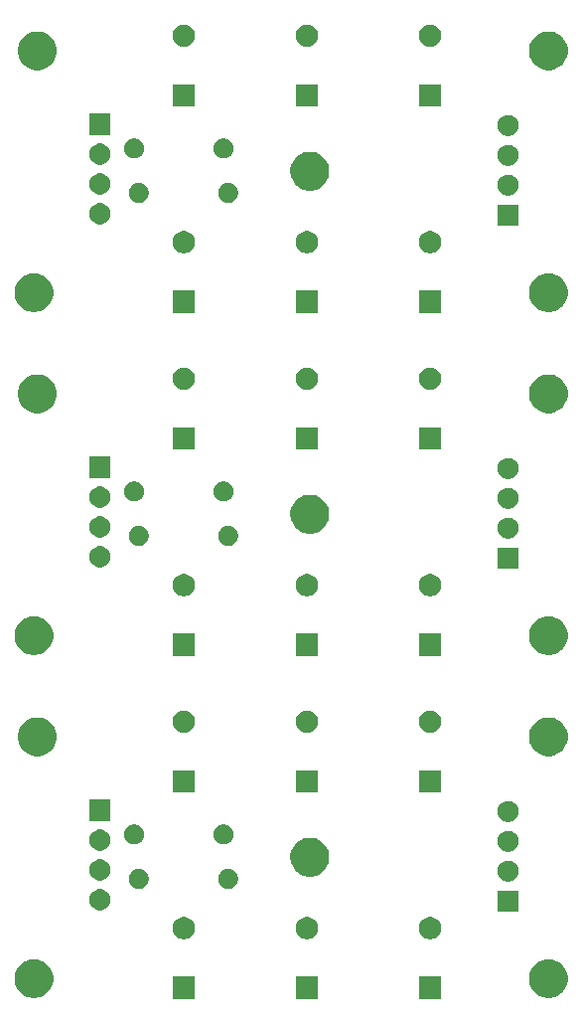
<source format=gbr>
G04 #@! TF.GenerationSoftware,KiCad,Pcbnew,(5.1.5-0-10_14)*
G04 #@! TF.CreationDate,2020-07-20T14:45:55+10:00*
G04 #@! TF.ProjectId,LED_Down_Multi,4c45445f-446f-4776-9e5f-4d756c74692e,rev?*
G04 #@! TF.SameCoordinates,Original*
G04 #@! TF.FileFunction,Soldermask,Bot*
G04 #@! TF.FilePolarity,Negative*
%FSLAX46Y46*%
G04 Gerber Fmt 4.6, Leading zero omitted, Abs format (unit mm)*
G04 Created by KiCad (PCBNEW (5.1.5-0-10_14)) date 2020-07-20 14:45:55*
%MOMM*%
%LPD*%
G04 APERTURE LIST*
%ADD10C,0.100000*%
G04 APERTURE END LIST*
D10*
G36*
X205131000Y-130277000D02*
G01*
X203229000Y-130277000D01*
X203229000Y-128375000D01*
X205131000Y-128375000D01*
X205131000Y-130277000D01*
G37*
G36*
X194626000Y-130277000D02*
G01*
X192724000Y-130277000D01*
X192724000Y-128375000D01*
X194626000Y-128375000D01*
X194626000Y-130277000D01*
G37*
G36*
X184121000Y-130277000D02*
G01*
X182219000Y-130277000D01*
X182219000Y-128375000D01*
X184121000Y-128375000D01*
X184121000Y-130277000D01*
G37*
G36*
X170765256Y-126931298D02*
G01*
X170871579Y-126952447D01*
X171172042Y-127076903D01*
X171442451Y-127257585D01*
X171672415Y-127487549D01*
X171672416Y-127487551D01*
X171853098Y-127757960D01*
X171977553Y-128058422D01*
X172040525Y-128375000D01*
X172041000Y-128377391D01*
X172041000Y-128702609D01*
X171977553Y-129021579D01*
X171853097Y-129322042D01*
X171672415Y-129592451D01*
X171442451Y-129822415D01*
X171172042Y-130003097D01*
X170871579Y-130127553D01*
X170765256Y-130148702D01*
X170552611Y-130191000D01*
X170227389Y-130191000D01*
X170014744Y-130148702D01*
X169908421Y-130127553D01*
X169607958Y-130003097D01*
X169337549Y-129822415D01*
X169107585Y-129592451D01*
X168926903Y-129322042D01*
X168802447Y-129021579D01*
X168739000Y-128702609D01*
X168739000Y-128377391D01*
X168739476Y-128375000D01*
X168802447Y-128058422D01*
X168926902Y-127757960D01*
X169107584Y-127487551D01*
X169107585Y-127487549D01*
X169337549Y-127257585D01*
X169607958Y-127076903D01*
X169908421Y-126952447D01*
X170014744Y-126931298D01*
X170227389Y-126889000D01*
X170552611Y-126889000D01*
X170765256Y-126931298D01*
G37*
G36*
X214635256Y-126931298D02*
G01*
X214741579Y-126952447D01*
X215042042Y-127076903D01*
X215312451Y-127257585D01*
X215542415Y-127487549D01*
X215542416Y-127487551D01*
X215723098Y-127757960D01*
X215847553Y-128058422D01*
X215910525Y-128375000D01*
X215911000Y-128377391D01*
X215911000Y-128702609D01*
X215847553Y-129021579D01*
X215723097Y-129322042D01*
X215542415Y-129592451D01*
X215312451Y-129822415D01*
X215042042Y-130003097D01*
X214741579Y-130127553D01*
X214635256Y-130148702D01*
X214422611Y-130191000D01*
X214097389Y-130191000D01*
X213884744Y-130148702D01*
X213778421Y-130127553D01*
X213477958Y-130003097D01*
X213207549Y-129822415D01*
X212977585Y-129592451D01*
X212796903Y-129322042D01*
X212672447Y-129021579D01*
X212609000Y-128702609D01*
X212609000Y-128377391D01*
X212609476Y-128375000D01*
X212672447Y-128058422D01*
X212796902Y-127757960D01*
X212977584Y-127487551D01*
X212977585Y-127487549D01*
X213207549Y-127257585D01*
X213477958Y-127076903D01*
X213778421Y-126952447D01*
X213884744Y-126931298D01*
X214097389Y-126889000D01*
X214422611Y-126889000D01*
X214635256Y-126931298D01*
G37*
G36*
X183447395Y-123331546D02*
G01*
X183620466Y-123403234D01*
X183620467Y-123403235D01*
X183776227Y-123507310D01*
X183908690Y-123639773D01*
X183908691Y-123639775D01*
X184012766Y-123795534D01*
X184084454Y-123968605D01*
X184121000Y-124152333D01*
X184121000Y-124339667D01*
X184084454Y-124523395D01*
X184012766Y-124696466D01*
X184012765Y-124696467D01*
X183908690Y-124852227D01*
X183776227Y-124984690D01*
X183697818Y-125037081D01*
X183620466Y-125088766D01*
X183447395Y-125160454D01*
X183263667Y-125197000D01*
X183076333Y-125197000D01*
X182892605Y-125160454D01*
X182719534Y-125088766D01*
X182642182Y-125037081D01*
X182563773Y-124984690D01*
X182431310Y-124852227D01*
X182327235Y-124696467D01*
X182327234Y-124696466D01*
X182255546Y-124523395D01*
X182219000Y-124339667D01*
X182219000Y-124152333D01*
X182255546Y-123968605D01*
X182327234Y-123795534D01*
X182431309Y-123639775D01*
X182431310Y-123639773D01*
X182563773Y-123507310D01*
X182719533Y-123403235D01*
X182719534Y-123403234D01*
X182892605Y-123331546D01*
X183076333Y-123295000D01*
X183263667Y-123295000D01*
X183447395Y-123331546D01*
G37*
G36*
X193952395Y-123331546D02*
G01*
X194125466Y-123403234D01*
X194125467Y-123403235D01*
X194281227Y-123507310D01*
X194413690Y-123639773D01*
X194413691Y-123639775D01*
X194517766Y-123795534D01*
X194589454Y-123968605D01*
X194626000Y-124152333D01*
X194626000Y-124339667D01*
X194589454Y-124523395D01*
X194517766Y-124696466D01*
X194517765Y-124696467D01*
X194413690Y-124852227D01*
X194281227Y-124984690D01*
X194202818Y-125037081D01*
X194125466Y-125088766D01*
X193952395Y-125160454D01*
X193768667Y-125197000D01*
X193581333Y-125197000D01*
X193397605Y-125160454D01*
X193224534Y-125088766D01*
X193147182Y-125037081D01*
X193068773Y-124984690D01*
X192936310Y-124852227D01*
X192832235Y-124696467D01*
X192832234Y-124696466D01*
X192760546Y-124523395D01*
X192724000Y-124339667D01*
X192724000Y-124152333D01*
X192760546Y-123968605D01*
X192832234Y-123795534D01*
X192936309Y-123639775D01*
X192936310Y-123639773D01*
X193068773Y-123507310D01*
X193224533Y-123403235D01*
X193224534Y-123403234D01*
X193397605Y-123331546D01*
X193581333Y-123295000D01*
X193768667Y-123295000D01*
X193952395Y-123331546D01*
G37*
G36*
X204457395Y-123331546D02*
G01*
X204630466Y-123403234D01*
X204630467Y-123403235D01*
X204786227Y-123507310D01*
X204918690Y-123639773D01*
X204918691Y-123639775D01*
X205022766Y-123795534D01*
X205094454Y-123968605D01*
X205131000Y-124152333D01*
X205131000Y-124339667D01*
X205094454Y-124523395D01*
X205022766Y-124696466D01*
X205022765Y-124696467D01*
X204918690Y-124852227D01*
X204786227Y-124984690D01*
X204707818Y-125037081D01*
X204630466Y-125088766D01*
X204457395Y-125160454D01*
X204273667Y-125197000D01*
X204086333Y-125197000D01*
X203902605Y-125160454D01*
X203729534Y-125088766D01*
X203652182Y-125037081D01*
X203573773Y-124984690D01*
X203441310Y-124852227D01*
X203337235Y-124696467D01*
X203337234Y-124696466D01*
X203265546Y-124523395D01*
X203229000Y-124339667D01*
X203229000Y-124152333D01*
X203265546Y-123968605D01*
X203337234Y-123795534D01*
X203441309Y-123639775D01*
X203441310Y-123639773D01*
X203573773Y-123507310D01*
X203729533Y-123403235D01*
X203729534Y-123403234D01*
X203902605Y-123331546D01*
X204086333Y-123295000D01*
X204273667Y-123295000D01*
X204457395Y-123331546D01*
G37*
G36*
X211721000Y-122821000D02*
G01*
X209919000Y-122821000D01*
X209919000Y-121019000D01*
X211721000Y-121019000D01*
X211721000Y-122821000D01*
G37*
G36*
X176135512Y-120923927D02*
G01*
X176284812Y-120953624D01*
X176448784Y-121021544D01*
X176596354Y-121120147D01*
X176721853Y-121245646D01*
X176820456Y-121393216D01*
X176888376Y-121557188D01*
X176923000Y-121731259D01*
X176923000Y-121908741D01*
X176888376Y-122082812D01*
X176820456Y-122246784D01*
X176721853Y-122394354D01*
X176596354Y-122519853D01*
X176448784Y-122618456D01*
X176284812Y-122686376D01*
X176135512Y-122716073D01*
X176110742Y-122721000D01*
X175933258Y-122721000D01*
X175908488Y-122716073D01*
X175759188Y-122686376D01*
X175595216Y-122618456D01*
X175447646Y-122519853D01*
X175322147Y-122394354D01*
X175223544Y-122246784D01*
X175155624Y-122082812D01*
X175121000Y-121908741D01*
X175121000Y-121731259D01*
X175155624Y-121557188D01*
X175223544Y-121393216D01*
X175322147Y-121245646D01*
X175447646Y-121120147D01*
X175595216Y-121021544D01*
X175759188Y-120953624D01*
X175908488Y-120923927D01*
X175933258Y-120919000D01*
X176110742Y-120919000D01*
X176135512Y-120923927D01*
G37*
G36*
X187198228Y-119231703D02*
G01*
X187353100Y-119295853D01*
X187492481Y-119388985D01*
X187611015Y-119507519D01*
X187704147Y-119646900D01*
X187768297Y-119801772D01*
X187801000Y-119966184D01*
X187801000Y-120133816D01*
X187768297Y-120298228D01*
X187704147Y-120453100D01*
X187611015Y-120592481D01*
X187492481Y-120711015D01*
X187353100Y-120804147D01*
X187198228Y-120868297D01*
X187033816Y-120901000D01*
X186866184Y-120901000D01*
X186701772Y-120868297D01*
X186546900Y-120804147D01*
X186407519Y-120711015D01*
X186288985Y-120592481D01*
X186195853Y-120453100D01*
X186131703Y-120298228D01*
X186099000Y-120133816D01*
X186099000Y-119966184D01*
X186131703Y-119801772D01*
X186195853Y-119646900D01*
X186288985Y-119507519D01*
X186407519Y-119388985D01*
X186546900Y-119295853D01*
X186701772Y-119231703D01*
X186866184Y-119199000D01*
X187033816Y-119199000D01*
X187198228Y-119231703D01*
G37*
G36*
X179578228Y-119231703D02*
G01*
X179733100Y-119295853D01*
X179872481Y-119388985D01*
X179991015Y-119507519D01*
X180084147Y-119646900D01*
X180148297Y-119801772D01*
X180181000Y-119966184D01*
X180181000Y-120133816D01*
X180148297Y-120298228D01*
X180084147Y-120453100D01*
X179991015Y-120592481D01*
X179872481Y-120711015D01*
X179733100Y-120804147D01*
X179578228Y-120868297D01*
X179413816Y-120901000D01*
X179246184Y-120901000D01*
X179081772Y-120868297D01*
X178926900Y-120804147D01*
X178787519Y-120711015D01*
X178668985Y-120592481D01*
X178575853Y-120453100D01*
X178511703Y-120298228D01*
X178479000Y-120133816D01*
X178479000Y-119966184D01*
X178511703Y-119801772D01*
X178575853Y-119646900D01*
X178668985Y-119507519D01*
X178787519Y-119388985D01*
X178926900Y-119295853D01*
X179081772Y-119231703D01*
X179246184Y-119199000D01*
X179413816Y-119199000D01*
X179578228Y-119231703D01*
G37*
G36*
X210921531Y-118481544D02*
G01*
X211082812Y-118513624D01*
X211246784Y-118581544D01*
X211394354Y-118680147D01*
X211519853Y-118805646D01*
X211618456Y-118953216D01*
X211686376Y-119117188D01*
X211721000Y-119291259D01*
X211721000Y-119468741D01*
X211686376Y-119642812D01*
X211618456Y-119806784D01*
X211519853Y-119954354D01*
X211394354Y-120079853D01*
X211246784Y-120178456D01*
X211082812Y-120246376D01*
X210933512Y-120276073D01*
X210908742Y-120281000D01*
X210731258Y-120281000D01*
X210706488Y-120276073D01*
X210557188Y-120246376D01*
X210393216Y-120178456D01*
X210245646Y-120079853D01*
X210120147Y-119954354D01*
X210021544Y-119806784D01*
X209953624Y-119642812D01*
X209919000Y-119468741D01*
X209919000Y-119291259D01*
X209953624Y-119117188D01*
X210021544Y-118953216D01*
X210120147Y-118805646D01*
X210245646Y-118680147D01*
X210393216Y-118581544D01*
X210557188Y-118513624D01*
X210718469Y-118481544D01*
X210731258Y-118479000D01*
X210908742Y-118479000D01*
X210921531Y-118481544D01*
G37*
G36*
X176135512Y-118383927D02*
G01*
X176284812Y-118413624D01*
X176448784Y-118481544D01*
X176596354Y-118580147D01*
X176721853Y-118705646D01*
X176820456Y-118853216D01*
X176888376Y-119017188D01*
X176923000Y-119191259D01*
X176923000Y-119368741D01*
X176888376Y-119542812D01*
X176820456Y-119706784D01*
X176721853Y-119854354D01*
X176596354Y-119979853D01*
X176448784Y-120078456D01*
X176284812Y-120146376D01*
X176135512Y-120176073D01*
X176110742Y-120181000D01*
X175933258Y-120181000D01*
X175908488Y-120176073D01*
X175759188Y-120146376D01*
X175595216Y-120078456D01*
X175447646Y-119979853D01*
X175322147Y-119854354D01*
X175223544Y-119706784D01*
X175155624Y-119542812D01*
X175121000Y-119368741D01*
X175121000Y-119191259D01*
X175155624Y-119017188D01*
X175223544Y-118853216D01*
X175322147Y-118705646D01*
X175447646Y-118580147D01*
X175595216Y-118481544D01*
X175759188Y-118413624D01*
X175908488Y-118383927D01*
X175933258Y-118379000D01*
X176110742Y-118379000D01*
X176135512Y-118383927D01*
G37*
G36*
X194285256Y-116591298D02*
G01*
X194391579Y-116612447D01*
X194692042Y-116736903D01*
X194962451Y-116917585D01*
X195192415Y-117147549D01*
X195373097Y-117417958D01*
X195492564Y-117706376D01*
X195497553Y-117718422D01*
X195561000Y-118037389D01*
X195561000Y-118362611D01*
X195530961Y-118513624D01*
X195497553Y-118681579D01*
X195373097Y-118982042D01*
X195192415Y-119252451D01*
X194962451Y-119482415D01*
X194692042Y-119663097D01*
X194391579Y-119787553D01*
X194320100Y-119801771D01*
X194072611Y-119851000D01*
X193747389Y-119851000D01*
X193499900Y-119801771D01*
X193428421Y-119787553D01*
X193127958Y-119663097D01*
X192857549Y-119482415D01*
X192627585Y-119252451D01*
X192446903Y-118982042D01*
X192322447Y-118681579D01*
X192289039Y-118513624D01*
X192259000Y-118362611D01*
X192259000Y-118037389D01*
X192322447Y-117718422D01*
X192327437Y-117706376D01*
X192446903Y-117417958D01*
X192627585Y-117147549D01*
X192857549Y-116917585D01*
X193127958Y-116736903D01*
X193428421Y-116612447D01*
X193534744Y-116591298D01*
X193747389Y-116549000D01*
X194072611Y-116549000D01*
X194285256Y-116591298D01*
G37*
G36*
X210921531Y-115941544D02*
G01*
X211082812Y-115973624D01*
X211246784Y-116041544D01*
X211394354Y-116140147D01*
X211519853Y-116265646D01*
X211618456Y-116413216D01*
X211686376Y-116577188D01*
X211716073Y-116726488D01*
X211718145Y-116736903D01*
X211721000Y-116751259D01*
X211721000Y-116928741D01*
X211686376Y-117102812D01*
X211618456Y-117266784D01*
X211519853Y-117414354D01*
X211394354Y-117539853D01*
X211246784Y-117638456D01*
X211082812Y-117706376D01*
X210933512Y-117736073D01*
X210908742Y-117741000D01*
X210731258Y-117741000D01*
X210706488Y-117736073D01*
X210557188Y-117706376D01*
X210393216Y-117638456D01*
X210245646Y-117539853D01*
X210120147Y-117414354D01*
X210021544Y-117266784D01*
X209953624Y-117102812D01*
X209919000Y-116928741D01*
X209919000Y-116751259D01*
X209921856Y-116736903D01*
X209923927Y-116726488D01*
X209953624Y-116577188D01*
X210021544Y-116413216D01*
X210120147Y-116265646D01*
X210245646Y-116140147D01*
X210393216Y-116041544D01*
X210557188Y-115973624D01*
X210718469Y-115941544D01*
X210731258Y-115939000D01*
X210908742Y-115939000D01*
X210921531Y-115941544D01*
G37*
G36*
X176135512Y-115843927D02*
G01*
X176284812Y-115873624D01*
X176448784Y-115941544D01*
X176596354Y-116040147D01*
X176721853Y-116165646D01*
X176820456Y-116313216D01*
X176888376Y-116477188D01*
X176923000Y-116651259D01*
X176923000Y-116828741D01*
X176888376Y-117002812D01*
X176820456Y-117166784D01*
X176721853Y-117314354D01*
X176596354Y-117439853D01*
X176448784Y-117538456D01*
X176284812Y-117606376D01*
X176135512Y-117636073D01*
X176110742Y-117641000D01*
X175933258Y-117641000D01*
X175908488Y-117636073D01*
X175759188Y-117606376D01*
X175595216Y-117538456D01*
X175447646Y-117439853D01*
X175322147Y-117314354D01*
X175223544Y-117166784D01*
X175155624Y-117002812D01*
X175121000Y-116828741D01*
X175121000Y-116651259D01*
X175155624Y-116477188D01*
X175223544Y-116313216D01*
X175322147Y-116165646D01*
X175447646Y-116040147D01*
X175595216Y-115941544D01*
X175759188Y-115873624D01*
X175908488Y-115843927D01*
X175933258Y-115839000D01*
X176110742Y-115839000D01*
X176135512Y-115843927D01*
G37*
G36*
X186818228Y-115441703D02*
G01*
X186973100Y-115505853D01*
X187112481Y-115598985D01*
X187231015Y-115717519D01*
X187324147Y-115856900D01*
X187388297Y-116011772D01*
X187421000Y-116176184D01*
X187421000Y-116343816D01*
X187388297Y-116508228D01*
X187324147Y-116663100D01*
X187231015Y-116802481D01*
X187112481Y-116921015D01*
X186973100Y-117014147D01*
X186818228Y-117078297D01*
X186653816Y-117111000D01*
X186486184Y-117111000D01*
X186321772Y-117078297D01*
X186166900Y-117014147D01*
X186027519Y-116921015D01*
X185908985Y-116802481D01*
X185815853Y-116663100D01*
X185751703Y-116508228D01*
X185719000Y-116343816D01*
X185719000Y-116176184D01*
X185751703Y-116011772D01*
X185815853Y-115856900D01*
X185908985Y-115717519D01*
X186027519Y-115598985D01*
X186166900Y-115505853D01*
X186321772Y-115441703D01*
X186486184Y-115409000D01*
X186653816Y-115409000D01*
X186818228Y-115441703D01*
G37*
G36*
X179198228Y-115441703D02*
G01*
X179353100Y-115505853D01*
X179492481Y-115598985D01*
X179611015Y-115717519D01*
X179704147Y-115856900D01*
X179768297Y-116011772D01*
X179801000Y-116176184D01*
X179801000Y-116343816D01*
X179768297Y-116508228D01*
X179704147Y-116663100D01*
X179611015Y-116802481D01*
X179492481Y-116921015D01*
X179353100Y-117014147D01*
X179198228Y-117078297D01*
X179033816Y-117111000D01*
X178866184Y-117111000D01*
X178701772Y-117078297D01*
X178546900Y-117014147D01*
X178407519Y-116921015D01*
X178288985Y-116802481D01*
X178195853Y-116663100D01*
X178131703Y-116508228D01*
X178099000Y-116343816D01*
X178099000Y-116176184D01*
X178131703Y-116011772D01*
X178195853Y-115856900D01*
X178288985Y-115717519D01*
X178407519Y-115598985D01*
X178546900Y-115505853D01*
X178701772Y-115441703D01*
X178866184Y-115409000D01*
X179033816Y-115409000D01*
X179198228Y-115441703D01*
G37*
G36*
X210933512Y-113403927D02*
G01*
X211082812Y-113433624D01*
X211246784Y-113501544D01*
X211394354Y-113600147D01*
X211519853Y-113725646D01*
X211618456Y-113873216D01*
X211686376Y-114037188D01*
X211721000Y-114211259D01*
X211721000Y-114388741D01*
X211686376Y-114562812D01*
X211618456Y-114726784D01*
X211519853Y-114874354D01*
X211394354Y-114999853D01*
X211246784Y-115098456D01*
X211082812Y-115166376D01*
X210933512Y-115196073D01*
X210908742Y-115201000D01*
X210731258Y-115201000D01*
X210706488Y-115196073D01*
X210557188Y-115166376D01*
X210393216Y-115098456D01*
X210245646Y-114999853D01*
X210120147Y-114874354D01*
X210021544Y-114726784D01*
X209953624Y-114562812D01*
X209919000Y-114388741D01*
X209919000Y-114211259D01*
X209953624Y-114037188D01*
X210021544Y-113873216D01*
X210120147Y-113725646D01*
X210245646Y-113600147D01*
X210393216Y-113501544D01*
X210557188Y-113433624D01*
X210706488Y-113403927D01*
X210731258Y-113399000D01*
X210908742Y-113399000D01*
X210933512Y-113403927D01*
G37*
G36*
X176923000Y-115101000D02*
G01*
X175121000Y-115101000D01*
X175121000Y-113299000D01*
X176923000Y-113299000D01*
X176923000Y-115101000D01*
G37*
G36*
X184121000Y-112677000D02*
G01*
X182219000Y-112677000D01*
X182219000Y-110775000D01*
X184121000Y-110775000D01*
X184121000Y-112677000D01*
G37*
G36*
X194626000Y-112677000D02*
G01*
X192724000Y-112677000D01*
X192724000Y-110775000D01*
X194626000Y-110775000D01*
X194626000Y-112677000D01*
G37*
G36*
X205131000Y-112677000D02*
G01*
X203229000Y-112677000D01*
X203229000Y-110775000D01*
X205131000Y-110775000D01*
X205131000Y-112677000D01*
G37*
G36*
X171065256Y-106341298D02*
G01*
X171171579Y-106362447D01*
X171472042Y-106486903D01*
X171742451Y-106667585D01*
X171972415Y-106897549D01*
X172153097Y-107167958D01*
X172277553Y-107468421D01*
X172341000Y-107787391D01*
X172341000Y-108112609D01*
X172277553Y-108431579D01*
X172153097Y-108732042D01*
X171972415Y-109002451D01*
X171742451Y-109232415D01*
X171472042Y-109413097D01*
X171171579Y-109537553D01*
X171065256Y-109558702D01*
X170852611Y-109601000D01*
X170527389Y-109601000D01*
X170314744Y-109558702D01*
X170208421Y-109537553D01*
X169907958Y-109413097D01*
X169637549Y-109232415D01*
X169407585Y-109002451D01*
X169226903Y-108732042D01*
X169102447Y-108431579D01*
X169039000Y-108112609D01*
X169039000Y-107787391D01*
X169102447Y-107468421D01*
X169226903Y-107167958D01*
X169407585Y-106897549D01*
X169637549Y-106667585D01*
X169907958Y-106486903D01*
X170208421Y-106362447D01*
X170314744Y-106341298D01*
X170527389Y-106299000D01*
X170852611Y-106299000D01*
X171065256Y-106341298D01*
G37*
G36*
X214635256Y-106341298D02*
G01*
X214741579Y-106362447D01*
X215042042Y-106486903D01*
X215312451Y-106667585D01*
X215542415Y-106897549D01*
X215723097Y-107167958D01*
X215847553Y-107468421D01*
X215911000Y-107787391D01*
X215911000Y-108112609D01*
X215847553Y-108431579D01*
X215723097Y-108732042D01*
X215542415Y-109002451D01*
X215312451Y-109232415D01*
X215042042Y-109413097D01*
X214741579Y-109537553D01*
X214635256Y-109558702D01*
X214422611Y-109601000D01*
X214097389Y-109601000D01*
X213884744Y-109558702D01*
X213778421Y-109537553D01*
X213477958Y-109413097D01*
X213207549Y-109232415D01*
X212977585Y-109002451D01*
X212796903Y-108732042D01*
X212672447Y-108431579D01*
X212609000Y-108112609D01*
X212609000Y-107787391D01*
X212672447Y-107468421D01*
X212796903Y-107167958D01*
X212977585Y-106897549D01*
X213207549Y-106667585D01*
X213477958Y-106486903D01*
X213778421Y-106362447D01*
X213884744Y-106341298D01*
X214097389Y-106299000D01*
X214422611Y-106299000D01*
X214635256Y-106341298D01*
G37*
G36*
X204457395Y-105731546D02*
G01*
X204630466Y-105803234D01*
X204630467Y-105803235D01*
X204786227Y-105907310D01*
X204918690Y-106039773D01*
X204918691Y-106039775D01*
X205022766Y-106195534D01*
X205094454Y-106368605D01*
X205131000Y-106552333D01*
X205131000Y-106739667D01*
X205094454Y-106923395D01*
X205022766Y-107096466D01*
X205022765Y-107096467D01*
X204918690Y-107252227D01*
X204786227Y-107384690D01*
X204707818Y-107437081D01*
X204630466Y-107488766D01*
X204457395Y-107560454D01*
X204273667Y-107597000D01*
X204086333Y-107597000D01*
X203902605Y-107560454D01*
X203729534Y-107488766D01*
X203652182Y-107437081D01*
X203573773Y-107384690D01*
X203441310Y-107252227D01*
X203337235Y-107096467D01*
X203337234Y-107096466D01*
X203265546Y-106923395D01*
X203229000Y-106739667D01*
X203229000Y-106552333D01*
X203265546Y-106368605D01*
X203337234Y-106195534D01*
X203441309Y-106039775D01*
X203441310Y-106039773D01*
X203573773Y-105907310D01*
X203729533Y-105803235D01*
X203729534Y-105803234D01*
X203902605Y-105731546D01*
X204086333Y-105695000D01*
X204273667Y-105695000D01*
X204457395Y-105731546D01*
G37*
G36*
X193952395Y-105731546D02*
G01*
X194125466Y-105803234D01*
X194125467Y-105803235D01*
X194281227Y-105907310D01*
X194413690Y-106039773D01*
X194413691Y-106039775D01*
X194517766Y-106195534D01*
X194589454Y-106368605D01*
X194626000Y-106552333D01*
X194626000Y-106739667D01*
X194589454Y-106923395D01*
X194517766Y-107096466D01*
X194517765Y-107096467D01*
X194413690Y-107252227D01*
X194281227Y-107384690D01*
X194202818Y-107437081D01*
X194125466Y-107488766D01*
X193952395Y-107560454D01*
X193768667Y-107597000D01*
X193581333Y-107597000D01*
X193397605Y-107560454D01*
X193224534Y-107488766D01*
X193147182Y-107437081D01*
X193068773Y-107384690D01*
X192936310Y-107252227D01*
X192832235Y-107096467D01*
X192832234Y-107096466D01*
X192760546Y-106923395D01*
X192724000Y-106739667D01*
X192724000Y-106552333D01*
X192760546Y-106368605D01*
X192832234Y-106195534D01*
X192936309Y-106039775D01*
X192936310Y-106039773D01*
X193068773Y-105907310D01*
X193224533Y-105803235D01*
X193224534Y-105803234D01*
X193397605Y-105731546D01*
X193581333Y-105695000D01*
X193768667Y-105695000D01*
X193952395Y-105731546D01*
G37*
G36*
X183447395Y-105731546D02*
G01*
X183620466Y-105803234D01*
X183620467Y-105803235D01*
X183776227Y-105907310D01*
X183908690Y-106039773D01*
X183908691Y-106039775D01*
X184012766Y-106195534D01*
X184084454Y-106368605D01*
X184121000Y-106552333D01*
X184121000Y-106739667D01*
X184084454Y-106923395D01*
X184012766Y-107096466D01*
X184012765Y-107096467D01*
X183908690Y-107252227D01*
X183776227Y-107384690D01*
X183697818Y-107437081D01*
X183620466Y-107488766D01*
X183447395Y-107560454D01*
X183263667Y-107597000D01*
X183076333Y-107597000D01*
X182892605Y-107560454D01*
X182719534Y-107488766D01*
X182642182Y-107437081D01*
X182563773Y-107384690D01*
X182431310Y-107252227D01*
X182327235Y-107096467D01*
X182327234Y-107096466D01*
X182255546Y-106923395D01*
X182219000Y-106739667D01*
X182219000Y-106552333D01*
X182255546Y-106368605D01*
X182327234Y-106195534D01*
X182431309Y-106039775D01*
X182431310Y-106039773D01*
X182563773Y-105907310D01*
X182719533Y-105803235D01*
X182719534Y-105803234D01*
X182892605Y-105731546D01*
X183076333Y-105695000D01*
X183263667Y-105695000D01*
X183447395Y-105731546D01*
G37*
G36*
X205131000Y-101067000D02*
G01*
X203229000Y-101067000D01*
X203229000Y-99165000D01*
X205131000Y-99165000D01*
X205131000Y-101067000D01*
G37*
G36*
X184121000Y-101067000D02*
G01*
X182219000Y-101067000D01*
X182219000Y-99165000D01*
X184121000Y-99165000D01*
X184121000Y-101067000D01*
G37*
G36*
X194626000Y-101067000D02*
G01*
X192724000Y-101067000D01*
X192724000Y-99165000D01*
X194626000Y-99165000D01*
X194626000Y-101067000D01*
G37*
G36*
X170765256Y-97721298D02*
G01*
X170871579Y-97742447D01*
X171172042Y-97866903D01*
X171442451Y-98047585D01*
X171672415Y-98277549D01*
X171672416Y-98277551D01*
X171853098Y-98547960D01*
X171977553Y-98848422D01*
X172040525Y-99165000D01*
X172041000Y-99167391D01*
X172041000Y-99492609D01*
X171977553Y-99811579D01*
X171853097Y-100112042D01*
X171672415Y-100382451D01*
X171442451Y-100612415D01*
X171172042Y-100793097D01*
X170871579Y-100917553D01*
X170765256Y-100938702D01*
X170552611Y-100981000D01*
X170227389Y-100981000D01*
X170014744Y-100938702D01*
X169908421Y-100917553D01*
X169607958Y-100793097D01*
X169337549Y-100612415D01*
X169107585Y-100382451D01*
X168926903Y-100112042D01*
X168802447Y-99811579D01*
X168739000Y-99492609D01*
X168739000Y-99167391D01*
X168739476Y-99165000D01*
X168802447Y-98848422D01*
X168926902Y-98547960D01*
X169107584Y-98277551D01*
X169107585Y-98277549D01*
X169337549Y-98047585D01*
X169607958Y-97866903D01*
X169908421Y-97742447D01*
X170014744Y-97721298D01*
X170227389Y-97679000D01*
X170552611Y-97679000D01*
X170765256Y-97721298D01*
G37*
G36*
X214635256Y-97721298D02*
G01*
X214741579Y-97742447D01*
X215042042Y-97866903D01*
X215312451Y-98047585D01*
X215542415Y-98277549D01*
X215542416Y-98277551D01*
X215723098Y-98547960D01*
X215847553Y-98848422D01*
X215910525Y-99165000D01*
X215911000Y-99167391D01*
X215911000Y-99492609D01*
X215847553Y-99811579D01*
X215723097Y-100112042D01*
X215542415Y-100382451D01*
X215312451Y-100612415D01*
X215042042Y-100793097D01*
X214741579Y-100917553D01*
X214635256Y-100938702D01*
X214422611Y-100981000D01*
X214097389Y-100981000D01*
X213884744Y-100938702D01*
X213778421Y-100917553D01*
X213477958Y-100793097D01*
X213207549Y-100612415D01*
X212977585Y-100382451D01*
X212796903Y-100112042D01*
X212672447Y-99811579D01*
X212609000Y-99492609D01*
X212609000Y-99167391D01*
X212609476Y-99165000D01*
X212672447Y-98848422D01*
X212796902Y-98547960D01*
X212977584Y-98277551D01*
X212977585Y-98277549D01*
X213207549Y-98047585D01*
X213477958Y-97866903D01*
X213778421Y-97742447D01*
X213884744Y-97721298D01*
X214097389Y-97679000D01*
X214422611Y-97679000D01*
X214635256Y-97721298D01*
G37*
G36*
X193952395Y-94121546D02*
G01*
X194125466Y-94193234D01*
X194125467Y-94193235D01*
X194281227Y-94297310D01*
X194413690Y-94429773D01*
X194413691Y-94429775D01*
X194517766Y-94585534D01*
X194589454Y-94758605D01*
X194626000Y-94942333D01*
X194626000Y-95129667D01*
X194589454Y-95313395D01*
X194517766Y-95486466D01*
X194517765Y-95486467D01*
X194413690Y-95642227D01*
X194281227Y-95774690D01*
X194202818Y-95827081D01*
X194125466Y-95878766D01*
X193952395Y-95950454D01*
X193768667Y-95987000D01*
X193581333Y-95987000D01*
X193397605Y-95950454D01*
X193224534Y-95878766D01*
X193147182Y-95827081D01*
X193068773Y-95774690D01*
X192936310Y-95642227D01*
X192832235Y-95486467D01*
X192832234Y-95486466D01*
X192760546Y-95313395D01*
X192724000Y-95129667D01*
X192724000Y-94942333D01*
X192760546Y-94758605D01*
X192832234Y-94585534D01*
X192936309Y-94429775D01*
X192936310Y-94429773D01*
X193068773Y-94297310D01*
X193224533Y-94193235D01*
X193224534Y-94193234D01*
X193397605Y-94121546D01*
X193581333Y-94085000D01*
X193768667Y-94085000D01*
X193952395Y-94121546D01*
G37*
G36*
X183447395Y-94121546D02*
G01*
X183620466Y-94193234D01*
X183620467Y-94193235D01*
X183776227Y-94297310D01*
X183908690Y-94429773D01*
X183908691Y-94429775D01*
X184012766Y-94585534D01*
X184084454Y-94758605D01*
X184121000Y-94942333D01*
X184121000Y-95129667D01*
X184084454Y-95313395D01*
X184012766Y-95486466D01*
X184012765Y-95486467D01*
X183908690Y-95642227D01*
X183776227Y-95774690D01*
X183697818Y-95827081D01*
X183620466Y-95878766D01*
X183447395Y-95950454D01*
X183263667Y-95987000D01*
X183076333Y-95987000D01*
X182892605Y-95950454D01*
X182719534Y-95878766D01*
X182642182Y-95827081D01*
X182563773Y-95774690D01*
X182431310Y-95642227D01*
X182327235Y-95486467D01*
X182327234Y-95486466D01*
X182255546Y-95313395D01*
X182219000Y-95129667D01*
X182219000Y-94942333D01*
X182255546Y-94758605D01*
X182327234Y-94585534D01*
X182431309Y-94429775D01*
X182431310Y-94429773D01*
X182563773Y-94297310D01*
X182719533Y-94193235D01*
X182719534Y-94193234D01*
X182892605Y-94121546D01*
X183076333Y-94085000D01*
X183263667Y-94085000D01*
X183447395Y-94121546D01*
G37*
G36*
X204457395Y-94121546D02*
G01*
X204630466Y-94193234D01*
X204630467Y-94193235D01*
X204786227Y-94297310D01*
X204918690Y-94429773D01*
X204918691Y-94429775D01*
X205022766Y-94585534D01*
X205094454Y-94758605D01*
X205131000Y-94942333D01*
X205131000Y-95129667D01*
X205094454Y-95313395D01*
X205022766Y-95486466D01*
X205022765Y-95486467D01*
X204918690Y-95642227D01*
X204786227Y-95774690D01*
X204707818Y-95827081D01*
X204630466Y-95878766D01*
X204457395Y-95950454D01*
X204273667Y-95987000D01*
X204086333Y-95987000D01*
X203902605Y-95950454D01*
X203729534Y-95878766D01*
X203652182Y-95827081D01*
X203573773Y-95774690D01*
X203441310Y-95642227D01*
X203337235Y-95486467D01*
X203337234Y-95486466D01*
X203265546Y-95313395D01*
X203229000Y-95129667D01*
X203229000Y-94942333D01*
X203265546Y-94758605D01*
X203337234Y-94585534D01*
X203441309Y-94429775D01*
X203441310Y-94429773D01*
X203573773Y-94297310D01*
X203729533Y-94193235D01*
X203729534Y-94193234D01*
X203902605Y-94121546D01*
X204086333Y-94085000D01*
X204273667Y-94085000D01*
X204457395Y-94121546D01*
G37*
G36*
X211721000Y-93611000D02*
G01*
X209919000Y-93611000D01*
X209919000Y-91809000D01*
X211721000Y-91809000D01*
X211721000Y-93611000D01*
G37*
G36*
X176135512Y-91713927D02*
G01*
X176284812Y-91743624D01*
X176448784Y-91811544D01*
X176596354Y-91910147D01*
X176721853Y-92035646D01*
X176820456Y-92183216D01*
X176888376Y-92347188D01*
X176923000Y-92521259D01*
X176923000Y-92698741D01*
X176888376Y-92872812D01*
X176820456Y-93036784D01*
X176721853Y-93184354D01*
X176596354Y-93309853D01*
X176448784Y-93408456D01*
X176284812Y-93476376D01*
X176135512Y-93506073D01*
X176110742Y-93511000D01*
X175933258Y-93511000D01*
X175908488Y-93506073D01*
X175759188Y-93476376D01*
X175595216Y-93408456D01*
X175447646Y-93309853D01*
X175322147Y-93184354D01*
X175223544Y-93036784D01*
X175155624Y-92872812D01*
X175121000Y-92698741D01*
X175121000Y-92521259D01*
X175155624Y-92347188D01*
X175223544Y-92183216D01*
X175322147Y-92035646D01*
X175447646Y-91910147D01*
X175595216Y-91811544D01*
X175759188Y-91743624D01*
X175908488Y-91713927D01*
X175933258Y-91709000D01*
X176110742Y-91709000D01*
X176135512Y-91713927D01*
G37*
G36*
X187198228Y-90021703D02*
G01*
X187353100Y-90085853D01*
X187492481Y-90178985D01*
X187611015Y-90297519D01*
X187704147Y-90436900D01*
X187768297Y-90591772D01*
X187801000Y-90756184D01*
X187801000Y-90923816D01*
X187768297Y-91088228D01*
X187704147Y-91243100D01*
X187611015Y-91382481D01*
X187492481Y-91501015D01*
X187353100Y-91594147D01*
X187198228Y-91658297D01*
X187033816Y-91691000D01*
X186866184Y-91691000D01*
X186701772Y-91658297D01*
X186546900Y-91594147D01*
X186407519Y-91501015D01*
X186288985Y-91382481D01*
X186195853Y-91243100D01*
X186131703Y-91088228D01*
X186099000Y-90923816D01*
X186099000Y-90756184D01*
X186131703Y-90591772D01*
X186195853Y-90436900D01*
X186288985Y-90297519D01*
X186407519Y-90178985D01*
X186546900Y-90085853D01*
X186701772Y-90021703D01*
X186866184Y-89989000D01*
X187033816Y-89989000D01*
X187198228Y-90021703D01*
G37*
G36*
X179578228Y-90021703D02*
G01*
X179733100Y-90085853D01*
X179872481Y-90178985D01*
X179991015Y-90297519D01*
X180084147Y-90436900D01*
X180148297Y-90591772D01*
X180181000Y-90756184D01*
X180181000Y-90923816D01*
X180148297Y-91088228D01*
X180084147Y-91243100D01*
X179991015Y-91382481D01*
X179872481Y-91501015D01*
X179733100Y-91594147D01*
X179578228Y-91658297D01*
X179413816Y-91691000D01*
X179246184Y-91691000D01*
X179081772Y-91658297D01*
X178926900Y-91594147D01*
X178787519Y-91501015D01*
X178668985Y-91382481D01*
X178575853Y-91243100D01*
X178511703Y-91088228D01*
X178479000Y-90923816D01*
X178479000Y-90756184D01*
X178511703Y-90591772D01*
X178575853Y-90436900D01*
X178668985Y-90297519D01*
X178787519Y-90178985D01*
X178926900Y-90085853D01*
X179081772Y-90021703D01*
X179246184Y-89989000D01*
X179413816Y-89989000D01*
X179578228Y-90021703D01*
G37*
G36*
X210921531Y-89271544D02*
G01*
X211082812Y-89303624D01*
X211246784Y-89371544D01*
X211394354Y-89470147D01*
X211519853Y-89595646D01*
X211618456Y-89743216D01*
X211686376Y-89907188D01*
X211721000Y-90081259D01*
X211721000Y-90258741D01*
X211686376Y-90432812D01*
X211618456Y-90596784D01*
X211519853Y-90744354D01*
X211394354Y-90869853D01*
X211246784Y-90968456D01*
X211082812Y-91036376D01*
X210933512Y-91066073D01*
X210908742Y-91071000D01*
X210731258Y-91071000D01*
X210706488Y-91066073D01*
X210557188Y-91036376D01*
X210393216Y-90968456D01*
X210245646Y-90869853D01*
X210120147Y-90744354D01*
X210021544Y-90596784D01*
X209953624Y-90432812D01*
X209919000Y-90258741D01*
X209919000Y-90081259D01*
X209953624Y-89907188D01*
X210021544Y-89743216D01*
X210120147Y-89595646D01*
X210245646Y-89470147D01*
X210393216Y-89371544D01*
X210557188Y-89303624D01*
X210718469Y-89271544D01*
X210731258Y-89269000D01*
X210908742Y-89269000D01*
X210921531Y-89271544D01*
G37*
G36*
X176135512Y-89173927D02*
G01*
X176284812Y-89203624D01*
X176448784Y-89271544D01*
X176596354Y-89370147D01*
X176721853Y-89495646D01*
X176820456Y-89643216D01*
X176888376Y-89807188D01*
X176923000Y-89981259D01*
X176923000Y-90158741D01*
X176888376Y-90332812D01*
X176820456Y-90496784D01*
X176721853Y-90644354D01*
X176596354Y-90769853D01*
X176448784Y-90868456D01*
X176284812Y-90936376D01*
X176135512Y-90966073D01*
X176110742Y-90971000D01*
X175933258Y-90971000D01*
X175908488Y-90966073D01*
X175759188Y-90936376D01*
X175595216Y-90868456D01*
X175447646Y-90769853D01*
X175322147Y-90644354D01*
X175223544Y-90496784D01*
X175155624Y-90332812D01*
X175121000Y-90158741D01*
X175121000Y-89981259D01*
X175155624Y-89807188D01*
X175223544Y-89643216D01*
X175322147Y-89495646D01*
X175447646Y-89370147D01*
X175595216Y-89271544D01*
X175759188Y-89203624D01*
X175908488Y-89173927D01*
X175933258Y-89169000D01*
X176110742Y-89169000D01*
X176135512Y-89173927D01*
G37*
G36*
X194285256Y-87381298D02*
G01*
X194391579Y-87402447D01*
X194692042Y-87526903D01*
X194962451Y-87707585D01*
X195192415Y-87937549D01*
X195373097Y-88207958D01*
X195492564Y-88496376D01*
X195497553Y-88508422D01*
X195561000Y-88827389D01*
X195561000Y-89152611D01*
X195530961Y-89303624D01*
X195497553Y-89471579D01*
X195373097Y-89772042D01*
X195192415Y-90042451D01*
X194962451Y-90272415D01*
X194692042Y-90453097D01*
X194391579Y-90577553D01*
X194320100Y-90591771D01*
X194072611Y-90641000D01*
X193747389Y-90641000D01*
X193499900Y-90591771D01*
X193428421Y-90577553D01*
X193127958Y-90453097D01*
X192857549Y-90272415D01*
X192627585Y-90042451D01*
X192446903Y-89772042D01*
X192322447Y-89471579D01*
X192289039Y-89303624D01*
X192259000Y-89152611D01*
X192259000Y-88827389D01*
X192322447Y-88508422D01*
X192327437Y-88496376D01*
X192446903Y-88207958D01*
X192627585Y-87937549D01*
X192857549Y-87707585D01*
X193127958Y-87526903D01*
X193428421Y-87402447D01*
X193534744Y-87381298D01*
X193747389Y-87339000D01*
X194072611Y-87339000D01*
X194285256Y-87381298D01*
G37*
G36*
X210921531Y-86731544D02*
G01*
X211082812Y-86763624D01*
X211246784Y-86831544D01*
X211394354Y-86930147D01*
X211519853Y-87055646D01*
X211618456Y-87203216D01*
X211686376Y-87367188D01*
X211716073Y-87516488D01*
X211718145Y-87526903D01*
X211721000Y-87541259D01*
X211721000Y-87718741D01*
X211686376Y-87892812D01*
X211618456Y-88056784D01*
X211519853Y-88204354D01*
X211394354Y-88329853D01*
X211246784Y-88428456D01*
X211082812Y-88496376D01*
X210933512Y-88526073D01*
X210908742Y-88531000D01*
X210731258Y-88531000D01*
X210706488Y-88526073D01*
X210557188Y-88496376D01*
X210393216Y-88428456D01*
X210245646Y-88329853D01*
X210120147Y-88204354D01*
X210021544Y-88056784D01*
X209953624Y-87892812D01*
X209919000Y-87718741D01*
X209919000Y-87541259D01*
X209921856Y-87526903D01*
X209923927Y-87516488D01*
X209953624Y-87367188D01*
X210021544Y-87203216D01*
X210120147Y-87055646D01*
X210245646Y-86930147D01*
X210393216Y-86831544D01*
X210557188Y-86763624D01*
X210718469Y-86731544D01*
X210731258Y-86729000D01*
X210908742Y-86729000D01*
X210921531Y-86731544D01*
G37*
G36*
X176135512Y-86633927D02*
G01*
X176284812Y-86663624D01*
X176448784Y-86731544D01*
X176596354Y-86830147D01*
X176721853Y-86955646D01*
X176820456Y-87103216D01*
X176888376Y-87267188D01*
X176923000Y-87441259D01*
X176923000Y-87618741D01*
X176888376Y-87792812D01*
X176820456Y-87956784D01*
X176721853Y-88104354D01*
X176596354Y-88229853D01*
X176448784Y-88328456D01*
X176284812Y-88396376D01*
X176135512Y-88426073D01*
X176110742Y-88431000D01*
X175933258Y-88431000D01*
X175908488Y-88426073D01*
X175759188Y-88396376D01*
X175595216Y-88328456D01*
X175447646Y-88229853D01*
X175322147Y-88104354D01*
X175223544Y-87956784D01*
X175155624Y-87792812D01*
X175121000Y-87618741D01*
X175121000Y-87441259D01*
X175155624Y-87267188D01*
X175223544Y-87103216D01*
X175322147Y-86955646D01*
X175447646Y-86830147D01*
X175595216Y-86731544D01*
X175759188Y-86663624D01*
X175908488Y-86633927D01*
X175933258Y-86629000D01*
X176110742Y-86629000D01*
X176135512Y-86633927D01*
G37*
G36*
X179198228Y-86231703D02*
G01*
X179353100Y-86295853D01*
X179492481Y-86388985D01*
X179611015Y-86507519D01*
X179704147Y-86646900D01*
X179768297Y-86801772D01*
X179801000Y-86966184D01*
X179801000Y-87133816D01*
X179768297Y-87298228D01*
X179704147Y-87453100D01*
X179611015Y-87592481D01*
X179492481Y-87711015D01*
X179353100Y-87804147D01*
X179198228Y-87868297D01*
X179033816Y-87901000D01*
X178866184Y-87901000D01*
X178701772Y-87868297D01*
X178546900Y-87804147D01*
X178407519Y-87711015D01*
X178288985Y-87592481D01*
X178195853Y-87453100D01*
X178131703Y-87298228D01*
X178099000Y-87133816D01*
X178099000Y-86966184D01*
X178131703Y-86801772D01*
X178195853Y-86646900D01*
X178288985Y-86507519D01*
X178407519Y-86388985D01*
X178546900Y-86295853D01*
X178701772Y-86231703D01*
X178866184Y-86199000D01*
X179033816Y-86199000D01*
X179198228Y-86231703D01*
G37*
G36*
X186818228Y-86231703D02*
G01*
X186973100Y-86295853D01*
X187112481Y-86388985D01*
X187231015Y-86507519D01*
X187324147Y-86646900D01*
X187388297Y-86801772D01*
X187421000Y-86966184D01*
X187421000Y-87133816D01*
X187388297Y-87298228D01*
X187324147Y-87453100D01*
X187231015Y-87592481D01*
X187112481Y-87711015D01*
X186973100Y-87804147D01*
X186818228Y-87868297D01*
X186653816Y-87901000D01*
X186486184Y-87901000D01*
X186321772Y-87868297D01*
X186166900Y-87804147D01*
X186027519Y-87711015D01*
X185908985Y-87592481D01*
X185815853Y-87453100D01*
X185751703Y-87298228D01*
X185719000Y-87133816D01*
X185719000Y-86966184D01*
X185751703Y-86801772D01*
X185815853Y-86646900D01*
X185908985Y-86507519D01*
X186027519Y-86388985D01*
X186166900Y-86295853D01*
X186321772Y-86231703D01*
X186486184Y-86199000D01*
X186653816Y-86199000D01*
X186818228Y-86231703D01*
G37*
G36*
X210933512Y-84193927D02*
G01*
X211082812Y-84223624D01*
X211246784Y-84291544D01*
X211394354Y-84390147D01*
X211519853Y-84515646D01*
X211618456Y-84663216D01*
X211686376Y-84827188D01*
X211721000Y-85001259D01*
X211721000Y-85178741D01*
X211686376Y-85352812D01*
X211618456Y-85516784D01*
X211519853Y-85664354D01*
X211394354Y-85789853D01*
X211246784Y-85888456D01*
X211082812Y-85956376D01*
X210933512Y-85986073D01*
X210908742Y-85991000D01*
X210731258Y-85991000D01*
X210706488Y-85986073D01*
X210557188Y-85956376D01*
X210393216Y-85888456D01*
X210245646Y-85789853D01*
X210120147Y-85664354D01*
X210021544Y-85516784D01*
X209953624Y-85352812D01*
X209919000Y-85178741D01*
X209919000Y-85001259D01*
X209953624Y-84827188D01*
X210021544Y-84663216D01*
X210120147Y-84515646D01*
X210245646Y-84390147D01*
X210393216Y-84291544D01*
X210557188Y-84223624D01*
X210706488Y-84193927D01*
X210731258Y-84189000D01*
X210908742Y-84189000D01*
X210933512Y-84193927D01*
G37*
G36*
X176923000Y-85891000D02*
G01*
X175121000Y-85891000D01*
X175121000Y-84089000D01*
X176923000Y-84089000D01*
X176923000Y-85891000D01*
G37*
G36*
X194626000Y-83467000D02*
G01*
X192724000Y-83467000D01*
X192724000Y-81565000D01*
X194626000Y-81565000D01*
X194626000Y-83467000D01*
G37*
G36*
X184121000Y-83467000D02*
G01*
X182219000Y-83467000D01*
X182219000Y-81565000D01*
X184121000Y-81565000D01*
X184121000Y-83467000D01*
G37*
G36*
X205131000Y-83467000D02*
G01*
X203229000Y-83467000D01*
X203229000Y-81565000D01*
X205131000Y-81565000D01*
X205131000Y-83467000D01*
G37*
G36*
X214635256Y-77131298D02*
G01*
X214741579Y-77152447D01*
X215042042Y-77276903D01*
X215312451Y-77457585D01*
X215542415Y-77687549D01*
X215723097Y-77957958D01*
X215847553Y-78258421D01*
X215911000Y-78577391D01*
X215911000Y-78902609D01*
X215847553Y-79221579D01*
X215723097Y-79522042D01*
X215542415Y-79792451D01*
X215312451Y-80022415D01*
X215042042Y-80203097D01*
X214741579Y-80327553D01*
X214635256Y-80348702D01*
X214422611Y-80391000D01*
X214097389Y-80391000D01*
X213884744Y-80348702D01*
X213778421Y-80327553D01*
X213477958Y-80203097D01*
X213207549Y-80022415D01*
X212977585Y-79792451D01*
X212796903Y-79522042D01*
X212672447Y-79221579D01*
X212609000Y-78902609D01*
X212609000Y-78577391D01*
X212672447Y-78258421D01*
X212796903Y-77957958D01*
X212977585Y-77687549D01*
X213207549Y-77457585D01*
X213477958Y-77276903D01*
X213778421Y-77152447D01*
X213884744Y-77131298D01*
X214097389Y-77089000D01*
X214422611Y-77089000D01*
X214635256Y-77131298D01*
G37*
G36*
X171065256Y-77131298D02*
G01*
X171171579Y-77152447D01*
X171472042Y-77276903D01*
X171742451Y-77457585D01*
X171972415Y-77687549D01*
X172153097Y-77957958D01*
X172277553Y-78258421D01*
X172341000Y-78577391D01*
X172341000Y-78902609D01*
X172277553Y-79221579D01*
X172153097Y-79522042D01*
X171972415Y-79792451D01*
X171742451Y-80022415D01*
X171472042Y-80203097D01*
X171171579Y-80327553D01*
X171065256Y-80348702D01*
X170852611Y-80391000D01*
X170527389Y-80391000D01*
X170314744Y-80348702D01*
X170208421Y-80327553D01*
X169907958Y-80203097D01*
X169637549Y-80022415D01*
X169407585Y-79792451D01*
X169226903Y-79522042D01*
X169102447Y-79221579D01*
X169039000Y-78902609D01*
X169039000Y-78577391D01*
X169102447Y-78258421D01*
X169226903Y-77957958D01*
X169407585Y-77687549D01*
X169637549Y-77457585D01*
X169907958Y-77276903D01*
X170208421Y-77152447D01*
X170314744Y-77131298D01*
X170527389Y-77089000D01*
X170852611Y-77089000D01*
X171065256Y-77131298D01*
G37*
G36*
X193952395Y-76521546D02*
G01*
X194125466Y-76593234D01*
X194125467Y-76593235D01*
X194281227Y-76697310D01*
X194413690Y-76829773D01*
X194413691Y-76829775D01*
X194517766Y-76985534D01*
X194589454Y-77158605D01*
X194626000Y-77342333D01*
X194626000Y-77529667D01*
X194589454Y-77713395D01*
X194517766Y-77886466D01*
X194517765Y-77886467D01*
X194413690Y-78042227D01*
X194281227Y-78174690D01*
X194202818Y-78227081D01*
X194125466Y-78278766D01*
X193952395Y-78350454D01*
X193768667Y-78387000D01*
X193581333Y-78387000D01*
X193397605Y-78350454D01*
X193224534Y-78278766D01*
X193147182Y-78227081D01*
X193068773Y-78174690D01*
X192936310Y-78042227D01*
X192832235Y-77886467D01*
X192832234Y-77886466D01*
X192760546Y-77713395D01*
X192724000Y-77529667D01*
X192724000Y-77342333D01*
X192760546Y-77158605D01*
X192832234Y-76985534D01*
X192936309Y-76829775D01*
X192936310Y-76829773D01*
X193068773Y-76697310D01*
X193224533Y-76593235D01*
X193224534Y-76593234D01*
X193397605Y-76521546D01*
X193581333Y-76485000D01*
X193768667Y-76485000D01*
X193952395Y-76521546D01*
G37*
G36*
X183447395Y-76521546D02*
G01*
X183620466Y-76593234D01*
X183620467Y-76593235D01*
X183776227Y-76697310D01*
X183908690Y-76829773D01*
X183908691Y-76829775D01*
X184012766Y-76985534D01*
X184084454Y-77158605D01*
X184121000Y-77342333D01*
X184121000Y-77529667D01*
X184084454Y-77713395D01*
X184012766Y-77886466D01*
X184012765Y-77886467D01*
X183908690Y-78042227D01*
X183776227Y-78174690D01*
X183697818Y-78227081D01*
X183620466Y-78278766D01*
X183447395Y-78350454D01*
X183263667Y-78387000D01*
X183076333Y-78387000D01*
X182892605Y-78350454D01*
X182719534Y-78278766D01*
X182642182Y-78227081D01*
X182563773Y-78174690D01*
X182431310Y-78042227D01*
X182327235Y-77886467D01*
X182327234Y-77886466D01*
X182255546Y-77713395D01*
X182219000Y-77529667D01*
X182219000Y-77342333D01*
X182255546Y-77158605D01*
X182327234Y-76985534D01*
X182431309Y-76829775D01*
X182431310Y-76829773D01*
X182563773Y-76697310D01*
X182719533Y-76593235D01*
X182719534Y-76593234D01*
X182892605Y-76521546D01*
X183076333Y-76485000D01*
X183263667Y-76485000D01*
X183447395Y-76521546D01*
G37*
G36*
X204457395Y-76521546D02*
G01*
X204630466Y-76593234D01*
X204630467Y-76593235D01*
X204786227Y-76697310D01*
X204918690Y-76829773D01*
X204918691Y-76829775D01*
X205022766Y-76985534D01*
X205094454Y-77158605D01*
X205131000Y-77342333D01*
X205131000Y-77529667D01*
X205094454Y-77713395D01*
X205022766Y-77886466D01*
X205022765Y-77886467D01*
X204918690Y-78042227D01*
X204786227Y-78174690D01*
X204707818Y-78227081D01*
X204630466Y-78278766D01*
X204457395Y-78350454D01*
X204273667Y-78387000D01*
X204086333Y-78387000D01*
X203902605Y-78350454D01*
X203729534Y-78278766D01*
X203652182Y-78227081D01*
X203573773Y-78174690D01*
X203441310Y-78042227D01*
X203337235Y-77886467D01*
X203337234Y-77886466D01*
X203265546Y-77713395D01*
X203229000Y-77529667D01*
X203229000Y-77342333D01*
X203265546Y-77158605D01*
X203337234Y-76985534D01*
X203441309Y-76829775D01*
X203441310Y-76829773D01*
X203573773Y-76697310D01*
X203729533Y-76593235D01*
X203729534Y-76593234D01*
X203902605Y-76521546D01*
X204086333Y-76485000D01*
X204273667Y-76485000D01*
X204457395Y-76521546D01*
G37*
G36*
X205131000Y-71857000D02*
G01*
X203229000Y-71857000D01*
X203229000Y-69955000D01*
X205131000Y-69955000D01*
X205131000Y-71857000D01*
G37*
G36*
X194626000Y-71857000D02*
G01*
X192724000Y-71857000D01*
X192724000Y-69955000D01*
X194626000Y-69955000D01*
X194626000Y-71857000D01*
G37*
G36*
X184121000Y-71857000D02*
G01*
X182219000Y-71857000D01*
X182219000Y-69955000D01*
X184121000Y-69955000D01*
X184121000Y-71857000D01*
G37*
G36*
X214635256Y-68511298D02*
G01*
X214741579Y-68532447D01*
X215042042Y-68656903D01*
X215312451Y-68837585D01*
X215542415Y-69067549D01*
X215542416Y-69067551D01*
X215723098Y-69337960D01*
X215847553Y-69638422D01*
X215910525Y-69955000D01*
X215911000Y-69957391D01*
X215911000Y-70282609D01*
X215847553Y-70601579D01*
X215723097Y-70902042D01*
X215542415Y-71172451D01*
X215312451Y-71402415D01*
X215042042Y-71583097D01*
X214741579Y-71707553D01*
X214635256Y-71728702D01*
X214422611Y-71771000D01*
X214097389Y-71771000D01*
X213884744Y-71728702D01*
X213778421Y-71707553D01*
X213477958Y-71583097D01*
X213207549Y-71402415D01*
X212977585Y-71172451D01*
X212796903Y-70902042D01*
X212672447Y-70601579D01*
X212609000Y-70282609D01*
X212609000Y-69957391D01*
X212609476Y-69955000D01*
X212672447Y-69638422D01*
X212796902Y-69337960D01*
X212977584Y-69067551D01*
X212977585Y-69067549D01*
X213207549Y-68837585D01*
X213477958Y-68656903D01*
X213778421Y-68532447D01*
X213884744Y-68511298D01*
X214097389Y-68469000D01*
X214422611Y-68469000D01*
X214635256Y-68511298D01*
G37*
G36*
X170765256Y-68511298D02*
G01*
X170871579Y-68532447D01*
X171172042Y-68656903D01*
X171442451Y-68837585D01*
X171672415Y-69067549D01*
X171672416Y-69067551D01*
X171853098Y-69337960D01*
X171977553Y-69638422D01*
X172040525Y-69955000D01*
X172041000Y-69957391D01*
X172041000Y-70282609D01*
X171977553Y-70601579D01*
X171853097Y-70902042D01*
X171672415Y-71172451D01*
X171442451Y-71402415D01*
X171172042Y-71583097D01*
X170871579Y-71707553D01*
X170765256Y-71728702D01*
X170552611Y-71771000D01*
X170227389Y-71771000D01*
X170014744Y-71728702D01*
X169908421Y-71707553D01*
X169607958Y-71583097D01*
X169337549Y-71402415D01*
X169107585Y-71172451D01*
X168926903Y-70902042D01*
X168802447Y-70601579D01*
X168739000Y-70282609D01*
X168739000Y-69957391D01*
X168739476Y-69955000D01*
X168802447Y-69638422D01*
X168926902Y-69337960D01*
X169107584Y-69067551D01*
X169107585Y-69067549D01*
X169337549Y-68837585D01*
X169607958Y-68656903D01*
X169908421Y-68532447D01*
X170014744Y-68511298D01*
X170227389Y-68469000D01*
X170552611Y-68469000D01*
X170765256Y-68511298D01*
G37*
G36*
X204457395Y-64911546D02*
G01*
X204630466Y-64983234D01*
X204630467Y-64983235D01*
X204786227Y-65087310D01*
X204918690Y-65219773D01*
X204918691Y-65219775D01*
X205022766Y-65375534D01*
X205094454Y-65548605D01*
X205131000Y-65732333D01*
X205131000Y-65919667D01*
X205094454Y-66103395D01*
X205022766Y-66276466D01*
X205022765Y-66276467D01*
X204918690Y-66432227D01*
X204786227Y-66564690D01*
X204707818Y-66617081D01*
X204630466Y-66668766D01*
X204457395Y-66740454D01*
X204273667Y-66777000D01*
X204086333Y-66777000D01*
X203902605Y-66740454D01*
X203729534Y-66668766D01*
X203652182Y-66617081D01*
X203573773Y-66564690D01*
X203441310Y-66432227D01*
X203337235Y-66276467D01*
X203337234Y-66276466D01*
X203265546Y-66103395D01*
X203229000Y-65919667D01*
X203229000Y-65732333D01*
X203265546Y-65548605D01*
X203337234Y-65375534D01*
X203441309Y-65219775D01*
X203441310Y-65219773D01*
X203573773Y-65087310D01*
X203729533Y-64983235D01*
X203729534Y-64983234D01*
X203902605Y-64911546D01*
X204086333Y-64875000D01*
X204273667Y-64875000D01*
X204457395Y-64911546D01*
G37*
G36*
X193952395Y-64911546D02*
G01*
X194125466Y-64983234D01*
X194125467Y-64983235D01*
X194281227Y-65087310D01*
X194413690Y-65219773D01*
X194413691Y-65219775D01*
X194517766Y-65375534D01*
X194589454Y-65548605D01*
X194626000Y-65732333D01*
X194626000Y-65919667D01*
X194589454Y-66103395D01*
X194517766Y-66276466D01*
X194517765Y-66276467D01*
X194413690Y-66432227D01*
X194281227Y-66564690D01*
X194202818Y-66617081D01*
X194125466Y-66668766D01*
X193952395Y-66740454D01*
X193768667Y-66777000D01*
X193581333Y-66777000D01*
X193397605Y-66740454D01*
X193224534Y-66668766D01*
X193147182Y-66617081D01*
X193068773Y-66564690D01*
X192936310Y-66432227D01*
X192832235Y-66276467D01*
X192832234Y-66276466D01*
X192760546Y-66103395D01*
X192724000Y-65919667D01*
X192724000Y-65732333D01*
X192760546Y-65548605D01*
X192832234Y-65375534D01*
X192936309Y-65219775D01*
X192936310Y-65219773D01*
X193068773Y-65087310D01*
X193224533Y-64983235D01*
X193224534Y-64983234D01*
X193397605Y-64911546D01*
X193581333Y-64875000D01*
X193768667Y-64875000D01*
X193952395Y-64911546D01*
G37*
G36*
X183447395Y-64911546D02*
G01*
X183620466Y-64983234D01*
X183620467Y-64983235D01*
X183776227Y-65087310D01*
X183908690Y-65219773D01*
X183908691Y-65219775D01*
X184012766Y-65375534D01*
X184084454Y-65548605D01*
X184121000Y-65732333D01*
X184121000Y-65919667D01*
X184084454Y-66103395D01*
X184012766Y-66276466D01*
X184012765Y-66276467D01*
X183908690Y-66432227D01*
X183776227Y-66564690D01*
X183697818Y-66617081D01*
X183620466Y-66668766D01*
X183447395Y-66740454D01*
X183263667Y-66777000D01*
X183076333Y-66777000D01*
X182892605Y-66740454D01*
X182719534Y-66668766D01*
X182642182Y-66617081D01*
X182563773Y-66564690D01*
X182431310Y-66432227D01*
X182327235Y-66276467D01*
X182327234Y-66276466D01*
X182255546Y-66103395D01*
X182219000Y-65919667D01*
X182219000Y-65732333D01*
X182255546Y-65548605D01*
X182327234Y-65375534D01*
X182431309Y-65219775D01*
X182431310Y-65219773D01*
X182563773Y-65087310D01*
X182719533Y-64983235D01*
X182719534Y-64983234D01*
X182892605Y-64911546D01*
X183076333Y-64875000D01*
X183263667Y-64875000D01*
X183447395Y-64911546D01*
G37*
G36*
X211721000Y-64401000D02*
G01*
X209919000Y-64401000D01*
X209919000Y-62599000D01*
X211721000Y-62599000D01*
X211721000Y-64401000D01*
G37*
G36*
X176135512Y-62503927D02*
G01*
X176284812Y-62533624D01*
X176448784Y-62601544D01*
X176596354Y-62700147D01*
X176721853Y-62825646D01*
X176820456Y-62973216D01*
X176888376Y-63137188D01*
X176923000Y-63311259D01*
X176923000Y-63488741D01*
X176888376Y-63662812D01*
X176820456Y-63826784D01*
X176721853Y-63974354D01*
X176596354Y-64099853D01*
X176448784Y-64198456D01*
X176284812Y-64266376D01*
X176135512Y-64296073D01*
X176110742Y-64301000D01*
X175933258Y-64301000D01*
X175908488Y-64296073D01*
X175759188Y-64266376D01*
X175595216Y-64198456D01*
X175447646Y-64099853D01*
X175322147Y-63974354D01*
X175223544Y-63826784D01*
X175155624Y-63662812D01*
X175121000Y-63488741D01*
X175121000Y-63311259D01*
X175155624Y-63137188D01*
X175223544Y-62973216D01*
X175322147Y-62825646D01*
X175447646Y-62700147D01*
X175595216Y-62601544D01*
X175759188Y-62533624D01*
X175908488Y-62503927D01*
X175933258Y-62499000D01*
X176110742Y-62499000D01*
X176135512Y-62503927D01*
G37*
G36*
X179578228Y-60811703D02*
G01*
X179733100Y-60875853D01*
X179872481Y-60968985D01*
X179991015Y-61087519D01*
X180084147Y-61226900D01*
X180148297Y-61381772D01*
X180181000Y-61546184D01*
X180181000Y-61713816D01*
X180148297Y-61878228D01*
X180084147Y-62033100D01*
X179991015Y-62172481D01*
X179872481Y-62291015D01*
X179733100Y-62384147D01*
X179578228Y-62448297D01*
X179413816Y-62481000D01*
X179246184Y-62481000D01*
X179081772Y-62448297D01*
X178926900Y-62384147D01*
X178787519Y-62291015D01*
X178668985Y-62172481D01*
X178575853Y-62033100D01*
X178511703Y-61878228D01*
X178479000Y-61713816D01*
X178479000Y-61546184D01*
X178511703Y-61381772D01*
X178575853Y-61226900D01*
X178668985Y-61087519D01*
X178787519Y-60968985D01*
X178926900Y-60875853D01*
X179081772Y-60811703D01*
X179246184Y-60779000D01*
X179413816Y-60779000D01*
X179578228Y-60811703D01*
G37*
G36*
X187198228Y-60811703D02*
G01*
X187353100Y-60875853D01*
X187492481Y-60968985D01*
X187611015Y-61087519D01*
X187704147Y-61226900D01*
X187768297Y-61381772D01*
X187801000Y-61546184D01*
X187801000Y-61713816D01*
X187768297Y-61878228D01*
X187704147Y-62033100D01*
X187611015Y-62172481D01*
X187492481Y-62291015D01*
X187353100Y-62384147D01*
X187198228Y-62448297D01*
X187033816Y-62481000D01*
X186866184Y-62481000D01*
X186701772Y-62448297D01*
X186546900Y-62384147D01*
X186407519Y-62291015D01*
X186288985Y-62172481D01*
X186195853Y-62033100D01*
X186131703Y-61878228D01*
X186099000Y-61713816D01*
X186099000Y-61546184D01*
X186131703Y-61381772D01*
X186195853Y-61226900D01*
X186288985Y-61087519D01*
X186407519Y-60968985D01*
X186546900Y-60875853D01*
X186701772Y-60811703D01*
X186866184Y-60779000D01*
X187033816Y-60779000D01*
X187198228Y-60811703D01*
G37*
G36*
X210921531Y-60061544D02*
G01*
X211082812Y-60093624D01*
X211246784Y-60161544D01*
X211394354Y-60260147D01*
X211519853Y-60385646D01*
X211618456Y-60533216D01*
X211686376Y-60697188D01*
X211721000Y-60871259D01*
X211721000Y-61048741D01*
X211686376Y-61222812D01*
X211618456Y-61386784D01*
X211519853Y-61534354D01*
X211394354Y-61659853D01*
X211246784Y-61758456D01*
X211082812Y-61826376D01*
X210933512Y-61856073D01*
X210908742Y-61861000D01*
X210731258Y-61861000D01*
X210706488Y-61856073D01*
X210557188Y-61826376D01*
X210393216Y-61758456D01*
X210245646Y-61659853D01*
X210120147Y-61534354D01*
X210021544Y-61386784D01*
X209953624Y-61222812D01*
X209919000Y-61048741D01*
X209919000Y-60871259D01*
X209953624Y-60697188D01*
X210021544Y-60533216D01*
X210120147Y-60385646D01*
X210245646Y-60260147D01*
X210393216Y-60161544D01*
X210557188Y-60093624D01*
X210718469Y-60061544D01*
X210731258Y-60059000D01*
X210908742Y-60059000D01*
X210921531Y-60061544D01*
G37*
G36*
X176135512Y-59963927D02*
G01*
X176284812Y-59993624D01*
X176448784Y-60061544D01*
X176596354Y-60160147D01*
X176721853Y-60285646D01*
X176820456Y-60433216D01*
X176888376Y-60597188D01*
X176923000Y-60771259D01*
X176923000Y-60948741D01*
X176888376Y-61122812D01*
X176820456Y-61286784D01*
X176721853Y-61434354D01*
X176596354Y-61559853D01*
X176448784Y-61658456D01*
X176284812Y-61726376D01*
X176135512Y-61756073D01*
X176110742Y-61761000D01*
X175933258Y-61761000D01*
X175908488Y-61756073D01*
X175759188Y-61726376D01*
X175595216Y-61658456D01*
X175447646Y-61559853D01*
X175322147Y-61434354D01*
X175223544Y-61286784D01*
X175155624Y-61122812D01*
X175121000Y-60948741D01*
X175121000Y-60771259D01*
X175155624Y-60597188D01*
X175223544Y-60433216D01*
X175322147Y-60285646D01*
X175447646Y-60160147D01*
X175595216Y-60061544D01*
X175759188Y-59993624D01*
X175908488Y-59963927D01*
X175933258Y-59959000D01*
X176110742Y-59959000D01*
X176135512Y-59963927D01*
G37*
G36*
X194285256Y-58171298D02*
G01*
X194391579Y-58192447D01*
X194692042Y-58316903D01*
X194962451Y-58497585D01*
X195192415Y-58727549D01*
X195373097Y-58997958D01*
X195492564Y-59286376D01*
X195497553Y-59298422D01*
X195561000Y-59617389D01*
X195561000Y-59942611D01*
X195530961Y-60093624D01*
X195497553Y-60261579D01*
X195373097Y-60562042D01*
X195192415Y-60832451D01*
X194962451Y-61062415D01*
X194692042Y-61243097D01*
X194391579Y-61367553D01*
X194320100Y-61381771D01*
X194072611Y-61431000D01*
X193747389Y-61431000D01*
X193499900Y-61381771D01*
X193428421Y-61367553D01*
X193127958Y-61243097D01*
X192857549Y-61062415D01*
X192627585Y-60832451D01*
X192446903Y-60562042D01*
X192322447Y-60261579D01*
X192289039Y-60093624D01*
X192259000Y-59942611D01*
X192259000Y-59617389D01*
X192322447Y-59298422D01*
X192327437Y-59286376D01*
X192446903Y-58997958D01*
X192627585Y-58727549D01*
X192857549Y-58497585D01*
X193127958Y-58316903D01*
X193428421Y-58192447D01*
X193534744Y-58171298D01*
X193747389Y-58129000D01*
X194072611Y-58129000D01*
X194285256Y-58171298D01*
G37*
G36*
X210921531Y-57521544D02*
G01*
X211082812Y-57553624D01*
X211246784Y-57621544D01*
X211394354Y-57720147D01*
X211519853Y-57845646D01*
X211618456Y-57993216D01*
X211686376Y-58157188D01*
X211716073Y-58306488D01*
X211718145Y-58316903D01*
X211721000Y-58331259D01*
X211721000Y-58508741D01*
X211686376Y-58682812D01*
X211618456Y-58846784D01*
X211519853Y-58994354D01*
X211394354Y-59119853D01*
X211246784Y-59218456D01*
X211082812Y-59286376D01*
X210933512Y-59316073D01*
X210908742Y-59321000D01*
X210731258Y-59321000D01*
X210706488Y-59316073D01*
X210557188Y-59286376D01*
X210393216Y-59218456D01*
X210245646Y-59119853D01*
X210120147Y-58994354D01*
X210021544Y-58846784D01*
X209953624Y-58682812D01*
X209919000Y-58508741D01*
X209919000Y-58331259D01*
X209921856Y-58316903D01*
X209923927Y-58306488D01*
X209953624Y-58157188D01*
X210021544Y-57993216D01*
X210120147Y-57845646D01*
X210245646Y-57720147D01*
X210393216Y-57621544D01*
X210557188Y-57553624D01*
X210718469Y-57521544D01*
X210731258Y-57519000D01*
X210908742Y-57519000D01*
X210921531Y-57521544D01*
G37*
G36*
X176135512Y-57423927D02*
G01*
X176284812Y-57453624D01*
X176448784Y-57521544D01*
X176596354Y-57620147D01*
X176721853Y-57745646D01*
X176820456Y-57893216D01*
X176888376Y-58057188D01*
X176923000Y-58231259D01*
X176923000Y-58408741D01*
X176888376Y-58582812D01*
X176820456Y-58746784D01*
X176721853Y-58894354D01*
X176596354Y-59019853D01*
X176448784Y-59118456D01*
X176284812Y-59186376D01*
X176135512Y-59216073D01*
X176110742Y-59221000D01*
X175933258Y-59221000D01*
X175908488Y-59216073D01*
X175759188Y-59186376D01*
X175595216Y-59118456D01*
X175447646Y-59019853D01*
X175322147Y-58894354D01*
X175223544Y-58746784D01*
X175155624Y-58582812D01*
X175121000Y-58408741D01*
X175121000Y-58231259D01*
X175155624Y-58057188D01*
X175223544Y-57893216D01*
X175322147Y-57745646D01*
X175447646Y-57620147D01*
X175595216Y-57521544D01*
X175759188Y-57453624D01*
X175908488Y-57423927D01*
X175933258Y-57419000D01*
X176110742Y-57419000D01*
X176135512Y-57423927D01*
G37*
G36*
X186818228Y-57021703D02*
G01*
X186973100Y-57085853D01*
X187112481Y-57178985D01*
X187231015Y-57297519D01*
X187324147Y-57436900D01*
X187388297Y-57591772D01*
X187421000Y-57756184D01*
X187421000Y-57923816D01*
X187388297Y-58088228D01*
X187324147Y-58243100D01*
X187231015Y-58382481D01*
X187112481Y-58501015D01*
X186973100Y-58594147D01*
X186818228Y-58658297D01*
X186653816Y-58691000D01*
X186486184Y-58691000D01*
X186321772Y-58658297D01*
X186166900Y-58594147D01*
X186027519Y-58501015D01*
X185908985Y-58382481D01*
X185815853Y-58243100D01*
X185751703Y-58088228D01*
X185719000Y-57923816D01*
X185719000Y-57756184D01*
X185751703Y-57591772D01*
X185815853Y-57436900D01*
X185908985Y-57297519D01*
X186027519Y-57178985D01*
X186166900Y-57085853D01*
X186321772Y-57021703D01*
X186486184Y-56989000D01*
X186653816Y-56989000D01*
X186818228Y-57021703D01*
G37*
G36*
X179198228Y-57021703D02*
G01*
X179353100Y-57085853D01*
X179492481Y-57178985D01*
X179611015Y-57297519D01*
X179704147Y-57436900D01*
X179768297Y-57591772D01*
X179801000Y-57756184D01*
X179801000Y-57923816D01*
X179768297Y-58088228D01*
X179704147Y-58243100D01*
X179611015Y-58382481D01*
X179492481Y-58501015D01*
X179353100Y-58594147D01*
X179198228Y-58658297D01*
X179033816Y-58691000D01*
X178866184Y-58691000D01*
X178701772Y-58658297D01*
X178546900Y-58594147D01*
X178407519Y-58501015D01*
X178288985Y-58382481D01*
X178195853Y-58243100D01*
X178131703Y-58088228D01*
X178099000Y-57923816D01*
X178099000Y-57756184D01*
X178131703Y-57591772D01*
X178195853Y-57436900D01*
X178288985Y-57297519D01*
X178407519Y-57178985D01*
X178546900Y-57085853D01*
X178701772Y-57021703D01*
X178866184Y-56989000D01*
X179033816Y-56989000D01*
X179198228Y-57021703D01*
G37*
G36*
X210933512Y-54983927D02*
G01*
X211082812Y-55013624D01*
X211246784Y-55081544D01*
X211394354Y-55180147D01*
X211519853Y-55305646D01*
X211618456Y-55453216D01*
X211686376Y-55617188D01*
X211721000Y-55791259D01*
X211721000Y-55968741D01*
X211686376Y-56142812D01*
X211618456Y-56306784D01*
X211519853Y-56454354D01*
X211394354Y-56579853D01*
X211246784Y-56678456D01*
X211082812Y-56746376D01*
X210933512Y-56776073D01*
X210908742Y-56781000D01*
X210731258Y-56781000D01*
X210706488Y-56776073D01*
X210557188Y-56746376D01*
X210393216Y-56678456D01*
X210245646Y-56579853D01*
X210120147Y-56454354D01*
X210021544Y-56306784D01*
X209953624Y-56142812D01*
X209919000Y-55968741D01*
X209919000Y-55791259D01*
X209953624Y-55617188D01*
X210021544Y-55453216D01*
X210120147Y-55305646D01*
X210245646Y-55180147D01*
X210393216Y-55081544D01*
X210557188Y-55013624D01*
X210706488Y-54983927D01*
X210731258Y-54979000D01*
X210908742Y-54979000D01*
X210933512Y-54983927D01*
G37*
G36*
X176923000Y-56681000D02*
G01*
X175121000Y-56681000D01*
X175121000Y-54879000D01*
X176923000Y-54879000D01*
X176923000Y-56681000D01*
G37*
G36*
X205131000Y-54257000D02*
G01*
X203229000Y-54257000D01*
X203229000Y-52355000D01*
X205131000Y-52355000D01*
X205131000Y-54257000D01*
G37*
G36*
X184121000Y-54257000D02*
G01*
X182219000Y-54257000D01*
X182219000Y-52355000D01*
X184121000Y-52355000D01*
X184121000Y-54257000D01*
G37*
G36*
X194626000Y-54257000D02*
G01*
X192724000Y-54257000D01*
X192724000Y-52355000D01*
X194626000Y-52355000D01*
X194626000Y-54257000D01*
G37*
G36*
X214635256Y-47921298D02*
G01*
X214741579Y-47942447D01*
X215042042Y-48066903D01*
X215312451Y-48247585D01*
X215542415Y-48477549D01*
X215723097Y-48747958D01*
X215847553Y-49048421D01*
X215911000Y-49367391D01*
X215911000Y-49692609D01*
X215847553Y-50011579D01*
X215723097Y-50312042D01*
X215542415Y-50582451D01*
X215312451Y-50812415D01*
X215042042Y-50993097D01*
X214741579Y-51117553D01*
X214635256Y-51138702D01*
X214422611Y-51181000D01*
X214097389Y-51181000D01*
X213884744Y-51138702D01*
X213778421Y-51117553D01*
X213477958Y-50993097D01*
X213207549Y-50812415D01*
X212977585Y-50582451D01*
X212796903Y-50312042D01*
X212672447Y-50011579D01*
X212609000Y-49692609D01*
X212609000Y-49367391D01*
X212672447Y-49048421D01*
X212796903Y-48747958D01*
X212977585Y-48477549D01*
X213207549Y-48247585D01*
X213477958Y-48066903D01*
X213778421Y-47942447D01*
X213884744Y-47921298D01*
X214097389Y-47879000D01*
X214422611Y-47879000D01*
X214635256Y-47921298D01*
G37*
G36*
X171065256Y-47921298D02*
G01*
X171171579Y-47942447D01*
X171472042Y-48066903D01*
X171742451Y-48247585D01*
X171972415Y-48477549D01*
X172153097Y-48747958D01*
X172277553Y-49048421D01*
X172341000Y-49367391D01*
X172341000Y-49692609D01*
X172277553Y-50011579D01*
X172153097Y-50312042D01*
X171972415Y-50582451D01*
X171742451Y-50812415D01*
X171472042Y-50993097D01*
X171171579Y-51117553D01*
X171065256Y-51138702D01*
X170852611Y-51181000D01*
X170527389Y-51181000D01*
X170314744Y-51138702D01*
X170208421Y-51117553D01*
X169907958Y-50993097D01*
X169637549Y-50812415D01*
X169407585Y-50582451D01*
X169226903Y-50312042D01*
X169102447Y-50011579D01*
X169039000Y-49692609D01*
X169039000Y-49367391D01*
X169102447Y-49048421D01*
X169226903Y-48747958D01*
X169407585Y-48477549D01*
X169637549Y-48247585D01*
X169907958Y-48066903D01*
X170208421Y-47942447D01*
X170314744Y-47921298D01*
X170527389Y-47879000D01*
X170852611Y-47879000D01*
X171065256Y-47921298D01*
G37*
G36*
X183447395Y-47311546D02*
G01*
X183620466Y-47383234D01*
X183620467Y-47383235D01*
X183776227Y-47487310D01*
X183908690Y-47619773D01*
X183908691Y-47619775D01*
X184012766Y-47775534D01*
X184084454Y-47948605D01*
X184121000Y-48132333D01*
X184121000Y-48319667D01*
X184084454Y-48503395D01*
X184012766Y-48676466D01*
X184012765Y-48676467D01*
X183908690Y-48832227D01*
X183776227Y-48964690D01*
X183697818Y-49017081D01*
X183620466Y-49068766D01*
X183447395Y-49140454D01*
X183263667Y-49177000D01*
X183076333Y-49177000D01*
X182892605Y-49140454D01*
X182719534Y-49068766D01*
X182642182Y-49017081D01*
X182563773Y-48964690D01*
X182431310Y-48832227D01*
X182327235Y-48676467D01*
X182327234Y-48676466D01*
X182255546Y-48503395D01*
X182219000Y-48319667D01*
X182219000Y-48132333D01*
X182255546Y-47948605D01*
X182327234Y-47775534D01*
X182431309Y-47619775D01*
X182431310Y-47619773D01*
X182563773Y-47487310D01*
X182719533Y-47383235D01*
X182719534Y-47383234D01*
X182892605Y-47311546D01*
X183076333Y-47275000D01*
X183263667Y-47275000D01*
X183447395Y-47311546D01*
G37*
G36*
X193952395Y-47311546D02*
G01*
X194125466Y-47383234D01*
X194125467Y-47383235D01*
X194281227Y-47487310D01*
X194413690Y-47619773D01*
X194413691Y-47619775D01*
X194517766Y-47775534D01*
X194589454Y-47948605D01*
X194626000Y-48132333D01*
X194626000Y-48319667D01*
X194589454Y-48503395D01*
X194517766Y-48676466D01*
X194517765Y-48676467D01*
X194413690Y-48832227D01*
X194281227Y-48964690D01*
X194202818Y-49017081D01*
X194125466Y-49068766D01*
X193952395Y-49140454D01*
X193768667Y-49177000D01*
X193581333Y-49177000D01*
X193397605Y-49140454D01*
X193224534Y-49068766D01*
X193147182Y-49017081D01*
X193068773Y-48964690D01*
X192936310Y-48832227D01*
X192832235Y-48676467D01*
X192832234Y-48676466D01*
X192760546Y-48503395D01*
X192724000Y-48319667D01*
X192724000Y-48132333D01*
X192760546Y-47948605D01*
X192832234Y-47775534D01*
X192936309Y-47619775D01*
X192936310Y-47619773D01*
X193068773Y-47487310D01*
X193224533Y-47383235D01*
X193224534Y-47383234D01*
X193397605Y-47311546D01*
X193581333Y-47275000D01*
X193768667Y-47275000D01*
X193952395Y-47311546D01*
G37*
G36*
X204457395Y-47311546D02*
G01*
X204630466Y-47383234D01*
X204630467Y-47383235D01*
X204786227Y-47487310D01*
X204918690Y-47619773D01*
X204918691Y-47619775D01*
X205022766Y-47775534D01*
X205094454Y-47948605D01*
X205131000Y-48132333D01*
X205131000Y-48319667D01*
X205094454Y-48503395D01*
X205022766Y-48676466D01*
X205022765Y-48676467D01*
X204918690Y-48832227D01*
X204786227Y-48964690D01*
X204707818Y-49017081D01*
X204630466Y-49068766D01*
X204457395Y-49140454D01*
X204273667Y-49177000D01*
X204086333Y-49177000D01*
X203902605Y-49140454D01*
X203729534Y-49068766D01*
X203652182Y-49017081D01*
X203573773Y-48964690D01*
X203441310Y-48832227D01*
X203337235Y-48676467D01*
X203337234Y-48676466D01*
X203265546Y-48503395D01*
X203229000Y-48319667D01*
X203229000Y-48132333D01*
X203265546Y-47948605D01*
X203337234Y-47775534D01*
X203441309Y-47619775D01*
X203441310Y-47619773D01*
X203573773Y-47487310D01*
X203729533Y-47383235D01*
X203729534Y-47383234D01*
X203902605Y-47311546D01*
X204086333Y-47275000D01*
X204273667Y-47275000D01*
X204457395Y-47311546D01*
G37*
M02*

</source>
